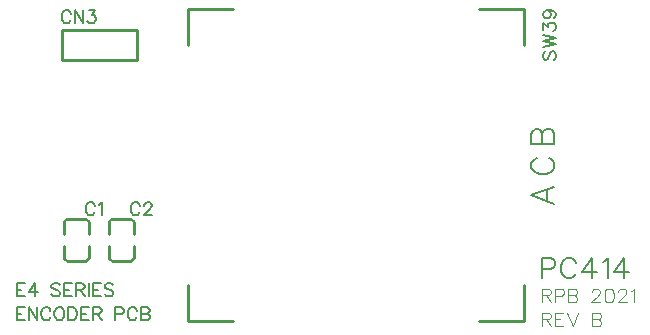
<source format=gto>
G04 Layer: TopSilkLayer*
G04 EasyEDA v6.4.19.4, 2021-04-04T11:51:27+01:00*
G04 4b0eb47da5f842609b4c8b729e81160f,e7a3d4c674b94ea3b1133014d1bc3374,10*
G04 Gerber Generator version 0.2*
G04 Scale: 100 percent, Rotated: No, Reflected: No *
G04 Dimensions in millimeters *
G04 leading zeros omitted , absolute positions ,4 integer and 5 decimal *
%FSLAX45Y45*%
%MOMM*%

%ADD10C,0.2540*%
%ADD16C,0.1800*%
%ADD17C,0.1780*%
%ADD18C,0.2032*%
%ADD19C,0.1200*%
%ADD20C,0.1524*%

%LPD*%
D16*
X1905005Y-787400D02*
G01*
X1905005Y-959357D01*
X1905005Y-787400D02*
G01*
X1978665Y-787400D01*
X2003303Y-795781D01*
X2011431Y-803910D01*
X2019559Y-820165D01*
X2019559Y-844803D01*
X2011431Y-861060D01*
X2003303Y-869442D01*
X1978665Y-877569D01*
X1905005Y-877569D01*
X2196343Y-828294D02*
G01*
X2188215Y-812037D01*
X2171705Y-795781D01*
X2155449Y-787400D01*
X2122683Y-787400D01*
X2106173Y-795781D01*
X2089917Y-812037D01*
X2081789Y-828294D01*
X2073661Y-852931D01*
X2073661Y-893826D01*
X2081789Y-918463D01*
X2089917Y-934719D01*
X2106173Y-951229D01*
X2122683Y-959357D01*
X2155449Y-959357D01*
X2171705Y-951229D01*
X2188215Y-934719D01*
X2196343Y-918463D01*
X2331979Y-787400D02*
G01*
X2250191Y-901953D01*
X2373127Y-901953D01*
X2331979Y-787400D02*
G01*
X2331979Y-959357D01*
X2426975Y-820165D02*
G01*
X2443485Y-812037D01*
X2467869Y-787400D01*
X2467869Y-959357D01*
X2603759Y-787400D02*
G01*
X2521971Y-901953D01*
X2644653Y-901953D01*
X2603759Y-787400D02*
G01*
X2603759Y-959357D01*
D17*
X-2540000Y-1002291D02*
G01*
X-2540000Y-1111257D01*
X-2540000Y-1002291D02*
G01*
X-2472435Y-1002291D01*
X-2540000Y-1054107D02*
G01*
X-2498343Y-1054107D01*
X-2540000Y-1111257D02*
G01*
X-2472435Y-1111257D01*
X-2386329Y-1002291D02*
G01*
X-2438145Y-1074935D01*
X-2360167Y-1074935D01*
X-2386329Y-1002291D02*
G01*
X-2386329Y-1111257D01*
X-2173223Y-1017785D02*
G01*
X-2183637Y-1007371D01*
X-2199131Y-1002291D01*
X-2219959Y-1002291D01*
X-2235453Y-1007371D01*
X-2245867Y-1017785D01*
X-2245867Y-1028199D01*
X-2240787Y-1038613D01*
X-2235453Y-1043947D01*
X-2225039Y-1049027D01*
X-2194051Y-1059441D01*
X-2183637Y-1064521D01*
X-2178303Y-1069855D01*
X-2173223Y-1080269D01*
X-2173223Y-1095763D01*
X-2183637Y-1106177D01*
X-2199131Y-1111257D01*
X-2219959Y-1111257D01*
X-2235453Y-1106177D01*
X-2245867Y-1095763D01*
X-2138933Y-1002291D02*
G01*
X-2138933Y-1111257D01*
X-2138933Y-1002291D02*
G01*
X-2071369Y-1002291D01*
X-2138933Y-1054107D02*
G01*
X-2097277Y-1054107D01*
X-2138933Y-1111257D02*
G01*
X-2071369Y-1111257D01*
X-2037079Y-1002291D02*
G01*
X-2037079Y-1111257D01*
X-2037079Y-1002291D02*
G01*
X-1990343Y-1002291D01*
X-1974850Y-1007371D01*
X-1969515Y-1012705D01*
X-1964435Y-1023119D01*
X-1964435Y-1033533D01*
X-1969515Y-1043947D01*
X-1974850Y-1049027D01*
X-1990343Y-1054107D01*
X-2037079Y-1054107D01*
X-2000757Y-1054107D02*
G01*
X-1964435Y-1111257D01*
X-1930145Y-1002291D02*
G01*
X-1930145Y-1111257D01*
X-1895855Y-1002291D02*
G01*
X-1895855Y-1111257D01*
X-1895855Y-1002291D02*
G01*
X-1828291Y-1002291D01*
X-1895855Y-1054107D02*
G01*
X-1854200Y-1054107D01*
X-1895855Y-1111257D02*
G01*
X-1828291Y-1111257D01*
X-1721103Y-1017785D02*
G01*
X-1731517Y-1007371D01*
X-1747265Y-1002291D01*
X-1767839Y-1002291D01*
X-1783587Y-1007371D01*
X-1794001Y-1017785D01*
X-1794001Y-1028199D01*
X-1788667Y-1038613D01*
X-1783587Y-1043947D01*
X-1773173Y-1049027D01*
X-1741931Y-1059441D01*
X-1731517Y-1064521D01*
X-1726437Y-1069855D01*
X-1721103Y-1080269D01*
X-1721103Y-1095763D01*
X-1731517Y-1106177D01*
X-1747265Y-1111257D01*
X-1767839Y-1111257D01*
X-1783587Y-1106177D01*
X-1794001Y-1095763D01*
D18*
X1865637Y62230D02*
G01*
X1847349Y53086D01*
X1828807Y34544D01*
X1819663Y16255D01*
X1819663Y-20827D01*
X1828807Y-39369D01*
X1847349Y-57657D01*
X1865637Y-67055D01*
X1893577Y-76200D01*
X1939551Y-76200D01*
X1967237Y-67055D01*
X1985779Y-57657D01*
X2004321Y-39369D01*
X2013465Y-20827D01*
X2013465Y16255D01*
X2004321Y34544D01*
X1985779Y53086D01*
X1967237Y62230D01*
X1819663Y177800D02*
G01*
X2013465Y177800D01*
X1819663Y177800D02*
G01*
X1819663Y260857D01*
X1828807Y288544D01*
X1837951Y297942D01*
X1856493Y307086D01*
X1875035Y307086D01*
X1893577Y297942D01*
X1902721Y288544D01*
X1911865Y260857D01*
X1911865Y177800D02*
G01*
X1911865Y260857D01*
X1921263Y288544D01*
X1930407Y297942D01*
X1948949Y307086D01*
X1976635Y307086D01*
X1995177Y297942D01*
X2004321Y288544D01*
X2013465Y260857D01*
X2013465Y177800D01*
X1819663Y-256286D02*
G01*
X2013465Y-330200D01*
X1819663Y-256286D02*
G01*
X2013465Y-182371D01*
X1948949Y-302513D02*
G01*
X1948949Y-210057D01*
D19*
X1905000Y-1047267D02*
G01*
X1905000Y-1161821D01*
X1905000Y-1047267D02*
G01*
X1954022Y-1047267D01*
X1970531Y-1052855D01*
X1975865Y-1058189D01*
X1981454Y-1069111D01*
X1981454Y-1080033D01*
X1975865Y-1090955D01*
X1970531Y-1096289D01*
X1954022Y-1101877D01*
X1905000Y-1101877D01*
X1943100Y-1101877D02*
G01*
X1981454Y-1161821D01*
X2017268Y-1047267D02*
G01*
X2017268Y-1161821D01*
X2017268Y-1047267D02*
G01*
X2066544Y-1047267D01*
X2082800Y-1052855D01*
X2088388Y-1058189D01*
X2093722Y-1069111D01*
X2093722Y-1085367D01*
X2088388Y-1096289D01*
X2082800Y-1101877D01*
X2066544Y-1107211D01*
X2017268Y-1107211D01*
X2129790Y-1047267D02*
G01*
X2129790Y-1161821D01*
X2129790Y-1047267D02*
G01*
X2178812Y-1047267D01*
X2195068Y-1052855D01*
X2200656Y-1058189D01*
X2205990Y-1069111D01*
X2205990Y-1080033D01*
X2200656Y-1090955D01*
X2195068Y-1096289D01*
X2178812Y-1101877D01*
X2129790Y-1101877D02*
G01*
X2178812Y-1101877D01*
X2195068Y-1107211D01*
X2200656Y-1112799D01*
X2205990Y-1123721D01*
X2205990Y-1139977D01*
X2200656Y-1150899D01*
X2195068Y-1156487D01*
X2178812Y-1161821D01*
X2129790Y-1161821D01*
X2331465Y-1074699D02*
G01*
X2331465Y-1069111D01*
X2337054Y-1058189D01*
X2342388Y-1052855D01*
X2353310Y-1047267D01*
X2375154Y-1047267D01*
X2386076Y-1052855D01*
X2391663Y-1058189D01*
X2396997Y-1069111D01*
X2396997Y-1080033D01*
X2391663Y-1090955D01*
X2380742Y-1107211D01*
X2326131Y-1161821D01*
X2402331Y-1161821D01*
X2471165Y-1047267D02*
G01*
X2454910Y-1052855D01*
X2443988Y-1069111D01*
X2438400Y-1096289D01*
X2438400Y-1112799D01*
X2443988Y-1139977D01*
X2454910Y-1156487D01*
X2471165Y-1161821D01*
X2482088Y-1161821D01*
X2498344Y-1156487D01*
X2509265Y-1139977D01*
X2514854Y-1112799D01*
X2514854Y-1096289D01*
X2509265Y-1069111D01*
X2498344Y-1052855D01*
X2482088Y-1047267D01*
X2471165Y-1047267D01*
X2556256Y-1074699D02*
G01*
X2556256Y-1069111D01*
X2561844Y-1058189D01*
X2567178Y-1052855D01*
X2578100Y-1047267D01*
X2599944Y-1047267D01*
X2610865Y-1052855D01*
X2616200Y-1058189D01*
X2621788Y-1069111D01*
X2621788Y-1080033D01*
X2616200Y-1090955D01*
X2605278Y-1107211D01*
X2550922Y-1161821D01*
X2627122Y-1161821D01*
X2663190Y-1069111D02*
G01*
X2674112Y-1063777D01*
X2690368Y-1047267D01*
X2690368Y-1161821D01*
X1905000Y-1250467D02*
G01*
X1905000Y-1365021D01*
X1905000Y-1250467D02*
G01*
X1954022Y-1250467D01*
X1970531Y-1256055D01*
X1975865Y-1261389D01*
X1981454Y-1272311D01*
X1981454Y-1283233D01*
X1975865Y-1294155D01*
X1970531Y-1299489D01*
X1954022Y-1305077D01*
X1905000Y-1305077D01*
X1943100Y-1305077D02*
G01*
X1981454Y-1365021D01*
X2017268Y-1250467D02*
G01*
X2017268Y-1365021D01*
X2017268Y-1250467D02*
G01*
X2088388Y-1250467D01*
X2017268Y-1305077D02*
G01*
X2060956Y-1305077D01*
X2017268Y-1365021D02*
G01*
X2088388Y-1365021D01*
X2124202Y-1250467D02*
G01*
X2167890Y-1365021D01*
X2211578Y-1250467D02*
G01*
X2167890Y-1365021D01*
X2331465Y-1250467D02*
G01*
X2331465Y-1365021D01*
X2331465Y-1250467D02*
G01*
X2380742Y-1250467D01*
X2396997Y-1256055D01*
X2402331Y-1261389D01*
X2407920Y-1272311D01*
X2407920Y-1283233D01*
X2402331Y-1294155D01*
X2396997Y-1299489D01*
X2380742Y-1305077D01*
X2331465Y-1305077D02*
G01*
X2380742Y-1305077D01*
X2396997Y-1310411D01*
X2402331Y-1315999D01*
X2407920Y-1326921D01*
X2407920Y-1343177D01*
X2402331Y-1354099D01*
X2396997Y-1359687D01*
X2380742Y-1365021D01*
X2331465Y-1365021D01*
D17*
X-2540000Y-1205491D02*
G01*
X-2540000Y-1314457D01*
X-2540000Y-1205491D02*
G01*
X-2472435Y-1205491D01*
X-2540000Y-1257307D02*
G01*
X-2498343Y-1257307D01*
X-2540000Y-1314457D02*
G01*
X-2472435Y-1314457D01*
X-2438145Y-1205491D02*
G01*
X-2438145Y-1314457D01*
X-2438145Y-1205491D02*
G01*
X-2365501Y-1314457D01*
X-2365501Y-1205491D02*
G01*
X-2365501Y-1314457D01*
X-2253233Y-1231399D02*
G01*
X-2258313Y-1220985D01*
X-2268727Y-1210571D01*
X-2279141Y-1205491D01*
X-2299969Y-1205491D01*
X-2310383Y-1210571D01*
X-2320797Y-1220985D01*
X-2325877Y-1231399D01*
X-2331211Y-1247147D01*
X-2331211Y-1273055D01*
X-2325877Y-1288549D01*
X-2320797Y-1298963D01*
X-2310383Y-1309377D01*
X-2299969Y-1314457D01*
X-2279141Y-1314457D01*
X-2268727Y-1309377D01*
X-2258313Y-1298963D01*
X-2253233Y-1288549D01*
X-2187701Y-1205491D02*
G01*
X-2198115Y-1210571D01*
X-2208529Y-1220985D01*
X-2213609Y-1231399D01*
X-2218943Y-1247147D01*
X-2218943Y-1273055D01*
X-2213609Y-1288549D01*
X-2208529Y-1298963D01*
X-2198115Y-1309377D01*
X-2187701Y-1314457D01*
X-2166873Y-1314457D01*
X-2156459Y-1309377D01*
X-2146300Y-1298963D01*
X-2140965Y-1288549D01*
X-2135885Y-1273055D01*
X-2135885Y-1247147D01*
X-2140965Y-1231399D01*
X-2146300Y-1220985D01*
X-2156459Y-1210571D01*
X-2166873Y-1205491D01*
X-2187701Y-1205491D01*
X-2101595Y-1205491D02*
G01*
X-2101595Y-1314457D01*
X-2101595Y-1205491D02*
G01*
X-2065019Y-1205491D01*
X-2049525Y-1210571D01*
X-2039111Y-1220985D01*
X-2034031Y-1231399D01*
X-2028697Y-1247147D01*
X-2028697Y-1273055D01*
X-2034031Y-1288549D01*
X-2039111Y-1298963D01*
X-2049525Y-1309377D01*
X-2065019Y-1314457D01*
X-2101595Y-1314457D01*
X-1994407Y-1205491D02*
G01*
X-1994407Y-1314457D01*
X-1994407Y-1205491D02*
G01*
X-1926843Y-1205491D01*
X-1994407Y-1257307D02*
G01*
X-1953005Y-1257307D01*
X-1994407Y-1314457D02*
G01*
X-1926843Y-1314457D01*
X-1892553Y-1205491D02*
G01*
X-1892553Y-1314457D01*
X-1892553Y-1205491D02*
G01*
X-1845817Y-1205491D01*
X-1830323Y-1210571D01*
X-1824989Y-1215905D01*
X-1819909Y-1226319D01*
X-1819909Y-1236733D01*
X-1824989Y-1247147D01*
X-1830323Y-1252227D01*
X-1845817Y-1257307D01*
X-1892553Y-1257307D01*
X-1856231Y-1257307D02*
G01*
X-1819909Y-1314457D01*
X-1705609Y-1205491D02*
G01*
X-1705609Y-1314457D01*
X-1705609Y-1205491D02*
G01*
X-1658873Y-1205491D01*
X-1643379Y-1210571D01*
X-1638045Y-1215905D01*
X-1632965Y-1226319D01*
X-1632965Y-1241813D01*
X-1638045Y-1252227D01*
X-1643379Y-1257307D01*
X-1658873Y-1262641D01*
X-1705609Y-1262641D01*
X-1520697Y-1231399D02*
G01*
X-1525777Y-1220985D01*
X-1536191Y-1210571D01*
X-1546605Y-1205491D01*
X-1567433Y-1205491D01*
X-1577847Y-1210571D01*
X-1588261Y-1220985D01*
X-1593341Y-1231399D01*
X-1598675Y-1247147D01*
X-1598675Y-1273055D01*
X-1593341Y-1288549D01*
X-1588261Y-1298963D01*
X-1577847Y-1309377D01*
X-1567433Y-1314457D01*
X-1546605Y-1314457D01*
X-1536191Y-1309377D01*
X-1525777Y-1298963D01*
X-1520697Y-1288549D01*
X-1486407Y-1205491D02*
G01*
X-1486407Y-1314457D01*
X-1486407Y-1205491D02*
G01*
X-1439671Y-1205491D01*
X-1423923Y-1210571D01*
X-1418843Y-1215905D01*
X-1413509Y-1226319D01*
X-1413509Y-1236733D01*
X-1418843Y-1247147D01*
X-1423923Y-1252227D01*
X-1439671Y-1257307D01*
X-1486407Y-1257307D02*
G01*
X-1439671Y-1257307D01*
X-1423923Y-1262641D01*
X-1418843Y-1267721D01*
X-1413509Y-1278135D01*
X-1413509Y-1293883D01*
X-1418843Y-1304297D01*
X-1423923Y-1309377D01*
X-1439671Y-1314457D01*
X-1486407Y-1314457D01*
D20*
X1932178Y961644D02*
G01*
X1921763Y951230D01*
X1916684Y935736D01*
X1916684Y914907D01*
X1921763Y899413D01*
X1932178Y889000D01*
X1942592Y889000D01*
X1953006Y894080D01*
X1958340Y899413D01*
X1963420Y909828D01*
X1973834Y941070D01*
X1978913Y951230D01*
X1984247Y956563D01*
X1994662Y961644D01*
X2010156Y961644D01*
X2020570Y951230D01*
X2025650Y935736D01*
X2025650Y914907D01*
X2020570Y899413D01*
X2010156Y889000D01*
X1916684Y995934D02*
G01*
X2025650Y1022096D01*
X1916684Y1048004D02*
G01*
X2025650Y1022096D01*
X1916684Y1048004D02*
G01*
X2025650Y1073912D01*
X1916684Y1099820D02*
G01*
X2025650Y1073912D01*
X1916684Y1144523D02*
G01*
X1916684Y1201673D01*
X1958340Y1170686D01*
X1958340Y1186180D01*
X1963420Y1196594D01*
X1968500Y1201673D01*
X1984247Y1207007D01*
X1994662Y1207007D01*
X2010156Y1201673D01*
X2020570Y1191260D01*
X2025650Y1175765D01*
X2025650Y1160272D01*
X2020570Y1144523D01*
X2015490Y1139444D01*
X2005076Y1134110D01*
X1953006Y1308862D02*
G01*
X1968500Y1303528D01*
X1978913Y1293113D01*
X1984247Y1277620D01*
X1984247Y1272539D01*
X1978913Y1256792D01*
X1968500Y1246378D01*
X1953006Y1241297D01*
X1947926Y1241297D01*
X1932178Y1246378D01*
X1921763Y1256792D01*
X1916684Y1272539D01*
X1916684Y1277620D01*
X1921763Y1293113D01*
X1932178Y1303528D01*
X1953006Y1308862D01*
X1978913Y1308862D01*
X2005076Y1303528D01*
X2020570Y1293113D01*
X2025650Y1277620D01*
X2025650Y1267205D01*
X2020570Y1251712D01*
X2010156Y1246378D01*
X-2081021Y1283207D02*
G01*
X-2086355Y1293622D01*
X-2096769Y1304036D01*
X-2106929Y1309115D01*
X-2127757Y1309115D01*
X-2138171Y1304036D01*
X-2148585Y1293622D01*
X-2153919Y1283207D01*
X-2159000Y1267460D01*
X-2159000Y1241552D01*
X-2153919Y1226057D01*
X-2148585Y1215644D01*
X-2138171Y1205230D01*
X-2127757Y1200150D01*
X-2106929Y1200150D01*
X-2096769Y1205230D01*
X-2086355Y1215644D01*
X-2081021Y1226057D01*
X-2046731Y1309115D02*
G01*
X-2046731Y1200150D01*
X-2046731Y1309115D02*
G01*
X-1974087Y1200150D01*
X-1974087Y1309115D02*
G01*
X-1974087Y1200150D01*
X-1929383Y1309115D02*
G01*
X-1872233Y1309115D01*
X-1903475Y1267460D01*
X-1887727Y1267460D01*
X-1877313Y1262380D01*
X-1872233Y1257300D01*
X-1866900Y1241552D01*
X-1866900Y1231138D01*
X-1872233Y1215644D01*
X-1882647Y1205230D01*
X-1898141Y1200150D01*
X-1913889Y1200150D01*
X-1929383Y1205230D01*
X-1934463Y1210310D01*
X-1939797Y1220723D01*
X-1877821Y-342392D02*
G01*
X-1883155Y-331977D01*
X-1893569Y-321563D01*
X-1903729Y-316484D01*
X-1924557Y-316484D01*
X-1934971Y-321563D01*
X-1945385Y-331977D01*
X-1950719Y-342392D01*
X-1955800Y-358139D01*
X-1955800Y-384047D01*
X-1950719Y-399542D01*
X-1945385Y-409955D01*
X-1934971Y-420369D01*
X-1924557Y-425450D01*
X-1903729Y-425450D01*
X-1893569Y-420369D01*
X-1883155Y-409955D01*
X-1877821Y-399542D01*
X-1843531Y-337311D02*
G01*
X-1833117Y-331977D01*
X-1817623Y-316484D01*
X-1817623Y-425450D01*
X-1496821Y-342392D02*
G01*
X-1502155Y-331977D01*
X-1512569Y-321563D01*
X-1522729Y-316484D01*
X-1543557Y-316484D01*
X-1553971Y-321563D01*
X-1564385Y-331977D01*
X-1569719Y-342392D01*
X-1574800Y-358139D01*
X-1574800Y-384047D01*
X-1569719Y-399542D01*
X-1564385Y-409955D01*
X-1553971Y-420369D01*
X-1543557Y-425450D01*
X-1522729Y-425450D01*
X-1512569Y-420369D01*
X-1502155Y-409955D01*
X-1496821Y-399542D01*
X-1457451Y-342392D02*
G01*
X-1457451Y-337311D01*
X-1452117Y-326897D01*
X-1447037Y-321563D01*
X-1436623Y-316484D01*
X-1415795Y-316484D01*
X-1405381Y-321563D01*
X-1400301Y-326897D01*
X-1394967Y-337311D01*
X-1394967Y-347726D01*
X-1400301Y-358139D01*
X-1410715Y-373634D01*
X-1462531Y-425450D01*
X-1389887Y-425450D01*
D10*
X1371600Y-1320800D02*
G01*
X1752600Y-1320800D01*
X1752600Y-1016000D01*
X1371600Y1320800D02*
G01*
X1752600Y1320800D01*
X1752600Y1016000D01*
X-711200Y-1320800D02*
G01*
X-1092200Y-1320800D01*
X-1092200Y-1016000D01*
X-711200Y1320800D02*
G01*
X-1092200Y1320800D01*
X-1092200Y1016000D01*
X-2159000Y1143000D02*
G01*
X-2159000Y889000D01*
X-1524000Y889000D01*
X-1524000Y1143000D01*
X-2159000Y1143000D01*
X-2112002Y-459996D02*
G01*
X-1952000Y-459996D01*
X-2112002Y-810003D02*
G01*
X-1951997Y-810000D01*
X-1927999Y-585000D02*
G01*
X-1927999Y-480001D01*
X-2136000Y-585000D02*
G01*
X-2136000Y-480001D01*
X-1927999Y-684999D02*
G01*
X-1927999Y-789998D01*
X-2136000Y-684999D02*
G01*
X-2136000Y-789998D01*
X-2113993Y-810003D02*
G01*
X-2112002Y-810003D01*
X-2115995Y-810003D02*
G01*
X-2112002Y-810003D01*
X-1948002Y-810000D02*
G01*
X-1951997Y-810000D01*
X-2115995Y-459996D02*
G01*
X-2112002Y-459996D01*
X-1948004Y-459996D02*
G01*
X-1952000Y-459996D01*
X-1570997Y-810003D02*
G01*
X-1730999Y-810003D01*
X-1570997Y-459996D02*
G01*
X-1731002Y-459999D01*
X-1755000Y-684999D02*
G01*
X-1755000Y-789998D01*
X-1546999Y-684999D02*
G01*
X-1546999Y-789998D01*
X-1755000Y-585000D02*
G01*
X-1755000Y-480001D01*
X-1546999Y-585000D02*
G01*
X-1546999Y-480001D01*
X-1569006Y-459996D02*
G01*
X-1570997Y-459996D01*
X-1567004Y-459996D02*
G01*
X-1570997Y-459996D01*
X-1734997Y-459999D02*
G01*
X-1731002Y-459999D01*
X-1567004Y-810003D02*
G01*
X-1570997Y-810003D01*
X-1734995Y-810003D02*
G01*
X-1730999Y-810003D01*
G75*
G01*
X-2136000Y-789998D02*
G03*
X-2115995Y-810003I20005J0D01*
G75*
G01*
X-1928000Y-789998D02*
G02*
X-1948002Y-810001I-20002J0D01*
G75*
G01*
X-2136000Y-480002D02*
G02*
X-2115995Y-459997I20005J0D01*
G75*
G01*
X-1928000Y-480002D02*
G03*
X-1948005Y-459997I-20005J0D01*
G75*
G01*
X-1547000Y-480002D02*
G03*
X-1567005Y-459997I-20005J0D01*
G75*
G01*
X-1755000Y-480002D02*
G02*
X-1734998Y-459999I20002J0D01*
G75*
G01*
X-1547000Y-789998D02*
G02*
X-1567005Y-810003I-20005J0D01*
G75*
G01*
X-1755000Y-789998D02*
G03*
X-1734995Y-810003I20005J0D01*
M02*

</source>
